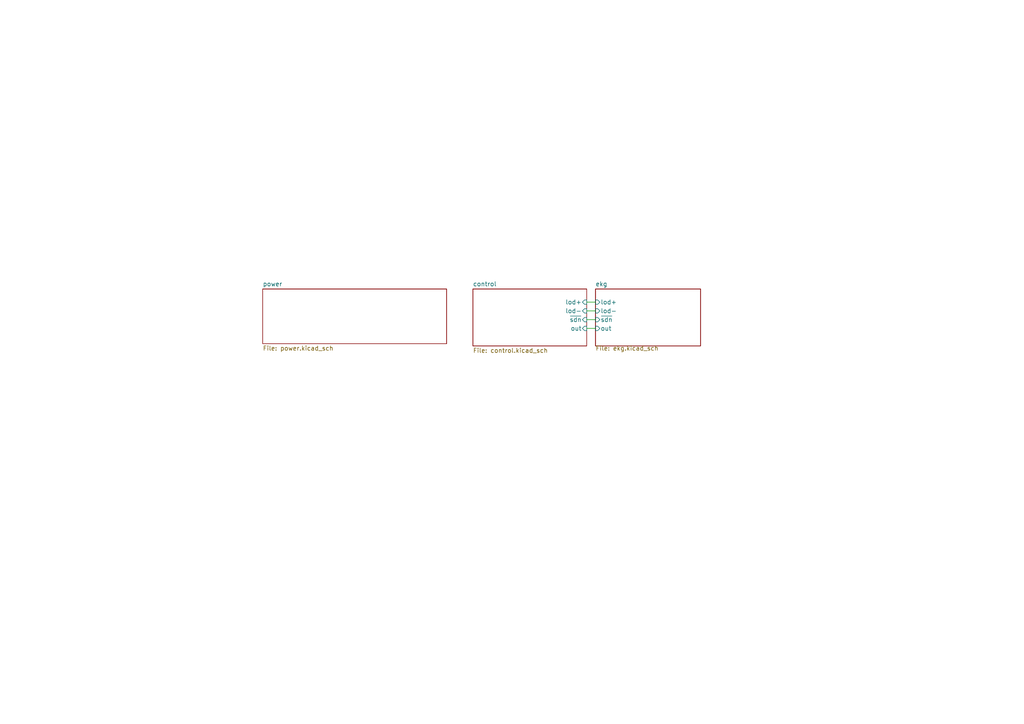
<source format=kicad_sch>
(kicad_sch
	(version 20231120)
	(generator "eeschema")
	(generator_version "8.0")
	(uuid "9003844d-7dc2-4fc1-b4e6-4d041b22243c")
	(paper "A4")
	(lib_symbols)
	(wire
		(pts
			(xy 170.18 95.25) (xy 172.72 95.25)
		)
		(stroke
			(width 0)
			(type default)
		)
		(uuid "5a0e007c-26c9-47ae-a423-cd73e0250f35")
	)
	(wire
		(pts
			(xy 170.18 90.17) (xy 172.72 90.17)
		)
		(stroke
			(width 0)
			(type default)
		)
		(uuid "95f0a129-d4c7-46cf-b95d-66a588caca95")
	)
	(wire
		(pts
			(xy 170.18 92.71) (xy 172.72 92.71)
		)
		(stroke
			(width 0)
			(type default)
		)
		(uuid "c55eb3c9-1aa6-4688-9de7-680eb8d390b7")
	)
	(wire
		(pts
			(xy 170.18 87.63) (xy 172.72 87.63)
		)
		(stroke
			(width 0)
			(type default)
		)
		(uuid "fdc0534d-87c4-4f96-8e70-8c17a848d46a")
	)
	(sheet
		(at 137.16 83.82)
		(size 33.02 16.51)
		(fields_autoplaced yes)
		(stroke
			(width 0.1524)
			(type solid)
		)
		(fill
			(color 0 0 0 0.0000)
		)
		(uuid "344cf82c-78a6-43cb-a3ad-31a4d9091159")
		(property "Sheetname" "control"
			(at 137.16 83.1084 0)
			(effects
				(font
					(size 1.27 1.27)
				)
				(justify left bottom)
			)
		)
		(property "Sheetfile" "control.kicad_sch"
			(at 137.16 100.9146 0)
			(effects
				(font
					(size 1.27 1.27)
				)
				(justify left top)
			)
		)
		(pin "lod+" input
			(at 170.18 87.63 0)
			(effects
				(font
					(size 1.27 1.27)
				)
				(justify right)
			)
			(uuid "daa99474-2496-4858-b534-1dd9449f0591")
		)
		(pin "lod-" input
			(at 170.18 90.17 0)
			(effects
				(font
					(size 1.27 1.27)
				)
				(justify right)
			)
			(uuid "bbbc8573-70cd-404f-a5e7-761bb041d32a")
		)
		(pin "~{sdn}" input
			(at 170.18 92.71 0)
			(effects
				(font
					(size 1.27 1.27)
				)
				(justify right)
			)
			(uuid "ad65de27-70aa-4640-93a3-c9bd5918bd46")
		)
		(pin "out" input
			(at 170.18 95.25 0)
			(effects
				(font
					(size 1.27 1.27)
				)
				(justify right)
			)
			(uuid "5ee9515d-c709-45da-bb4c-75d6dc3abbce")
		)
		(instances
			(project "ekg-main"
				(path "/9003844d-7dc2-4fc1-b4e6-4d041b22243c"
					(page "2")
				)
			)
		)
	)
	(sheet
		(at 76.2 83.82)
		(size 53.34 15.875)
		(fields_autoplaced yes)
		(stroke
			(width 0.1524)
			(type solid)
		)
		(fill
			(color 0 0 0 0.0000)
		)
		(uuid "b942e8b6-aa3a-4cf4-9fc5-aaac0e69db27")
		(property "Sheetname" "power"
			(at 76.2 83.1084 0)
			(effects
				(font
					(size 1.27 1.27)
				)
				(justify left bottom)
			)
		)
		(property "Sheetfile" "power.kicad_sch"
			(at 76.2 100.2796 0)
			(effects
				(font
					(size 1.27 1.27)
				)
				(justify left top)
			)
		)
		(instances
			(project "ekg-main"
				(path "/9003844d-7dc2-4fc1-b4e6-4d041b22243c"
					(page "3")
				)
			)
		)
	)
	(sheet
		(at 172.72 83.82)
		(size 30.48 16.51)
		(fields_autoplaced yes)
		(stroke
			(width 0.1524)
			(type solid)
		)
		(fill
			(color 0 0 0 0.0000)
		)
		(uuid "da258932-bff6-4fc0-952a-02de24152b60")
		(property "Sheetname" "ekg"
			(at 172.72 83.1084 0)
			(effects
				(font
					(size 1.27 1.27)
				)
				(justify left bottom)
			)
		)
		(property "Sheetfile" "ekg.kicad_sch"
			(at 172.72 100.2796 0)
			(effects
				(font
					(size 1.27 1.27)
				)
				(justify left top)
			)
		)
		(pin "lod+" input
			(at 172.72 87.63 180)
			(effects
				(font
					(size 1.27 1.27)
				)
				(justify left)
			)
			(uuid "7451851b-5bcb-4ffe-a904-f12626c6f405")
		)
		(pin "lod-" input
			(at 172.72 90.17 180)
			(effects
				(font
					(size 1.27 1.27)
				)
				(justify left)
			)
			(uuid "818d6195-a418-475c-adcb-08eb33307793")
		)
		(pin "~{sdn}" input
			(at 172.72 92.71 180)
			(effects
				(font
					(size 1.27 1.27)
				)
				(justify left)
			)
			(uuid "2543a84c-0f47-4f87-95e8-179d0c8fa579")
		)
		(pin "out" input
			(at 172.72 95.25 180)
			(effects
				(font
					(size 1.27 1.27)
				)
				(justify left)
			)
			(uuid "473b3dda-ee49-4a18-8e59-b74f9592a70f")
		)
		(instances
			(project "ekg-main"
				(path "/9003844d-7dc2-4fc1-b4e6-4d041b22243c"
					(page "4")
				)
			)
		)
	)
	(sheet_instances
		(path "/"
			(page "1")
		)
	)
)

</source>
